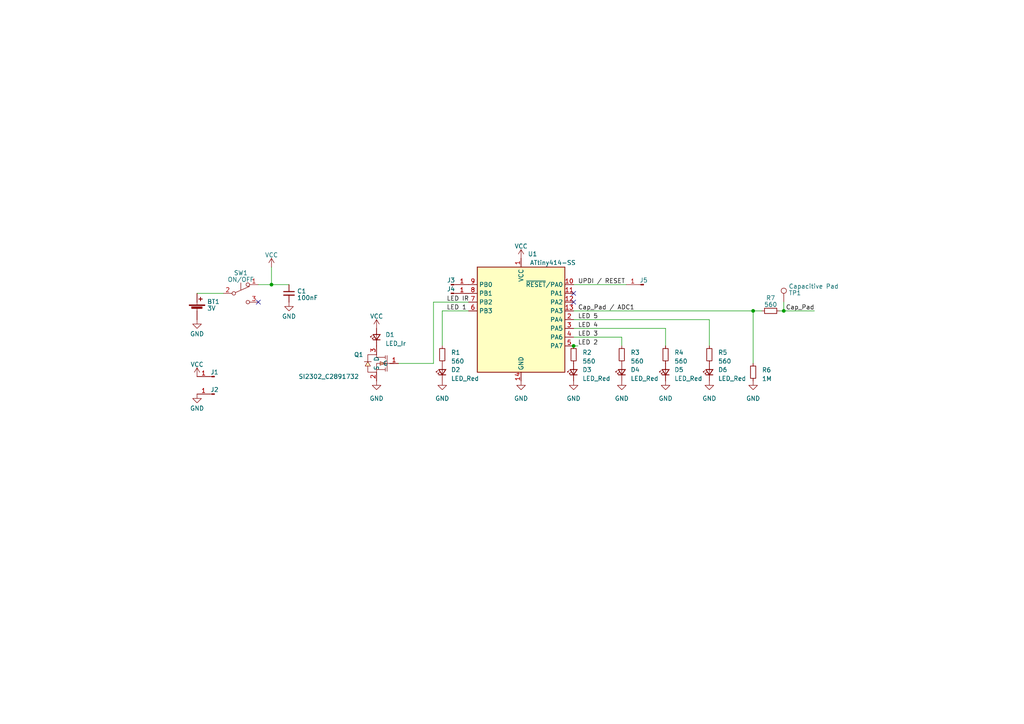
<source format=kicad_sch>
(kicad_sch (version 20230121) (generator eeschema)
  (paper "A4")
  (lib_symbols
    (symbol "Connector:Conn_01x01_Pin" (pin_names (offset 1.016) hide)
      (property "Reference" "J" (at 0 2.54 0))
      (property "Value" "Conn_01x01_Pin" (at 0 -2.54 0))
      (symbol "Conn_01x01_Pin_1_1"
        (polyline (pts (xy 1.27 0) (xy 0.8636 0)) (stroke (width 0.1524)))
        (rectangle (start 0.8636 0.127) (end 0 -0.127) (stroke (width 0.1524)) (fill (type outline)))
        (pin passive line (at 5.08 0 180) (length 3.81) (name "Pin_1") (number "1"))
      )
    )
    (symbol "Connector:TestPoint" (pin_numbers hide) (pin_names (offset 0.762) hide)
      (property "Reference" "TP" (at 0 6.858 0))
      (property "Value" "TestPoint" (at 0 5.08 0))
      (symbol "TestPoint_0_1"
        (circle (center 0 3.302) (radius 0.762))
      )
      (symbol "TestPoint_1_1"
        (pin passive line (at 0 0 90) (length 2.54) (name "1") (number "1"))
      )
    )
    (symbol "Device:Battery_Cell" (pin_numbers hide) (pin_names (offset 0) hide)
      (property "Reference" "BT" (at 2.54 2.54 0))
      (property "Value" "Battery_Cell" (at 2.54 0 0))
      (symbol "Battery_Cell_0_1"
        (rectangle (start -2.286 1.778) (end 2.286 1.524) (fill (type outline)))
        (rectangle (start -1.5748 1.1938) (end 1.4732 0.6858) (fill (type outline)))
        (polyline (pts (xy 0 0.762) (xy 0 0)))
        (polyline (pts (xy 0 1.778) (xy 0 2.54)))
        (polyline (pts (xy 0.508 3.429) (xy 1.524 3.429)) (stroke (width 0.254)))
        (polyline (pts (xy 1.016 3.937) (xy 1.016 2.921)) (stroke (width 0.254)))
      )
      (symbol "Battery_Cell_1_1"
        (pin passive line (at 0 5.08 270) (length 2.54) (name "+") (number "1"))
        (pin passive line (at 0 -2.54 90) (length 2.54) (name "-") (number "2"))
      )
    )
    (symbol "Device:C_Small" (pin_numbers hide) (pin_names (offset 0.254) hide)
      (property "Reference" "C" (at 0.254 1.778 0))
      (property "Value" "C_Small" (at 0.254 -2.032 0))
      (symbol "C_Small_0_1"
        (polyline (pts (xy -1.524 -0.508) (xy 1.524 -0.508)) (stroke (width 0.3302)))
        (polyline (pts (xy -1.524 0.508) (xy 1.524 0.508)) (stroke (width 0.3048)))
      )
      (symbol "C_Small_1_1"
        (pin passive line (at 0 2.54 270) (length 2.032) (name "~") (number "1"))
        (pin passive line (at 0 -2.54 90) (length 2.032) (name "~") (number "2"))
      )
    )
    (symbol "Device:LED_Small" (pin_numbers hide) (pin_names (offset 0.254) hide)
      (property "Reference" "D" (at -1.27 3.175 0))
      (property "Value" "LED_Small" (at -4.445 -2.54 0))
      (symbol "LED_Small_0_1"
        (polyline (pts (xy -0.762 -1.016) (xy -0.762 1.016)) (stroke (width 0.254)))
        (polyline (pts (xy 1.016 0) (xy -0.762 0)))
        (polyline (pts (xy 0.762 -1.016) (xy -0.762 0) (xy 0.762 1.016) (xy 0.762 -1.016)) (stroke (width 0.254)))
        (polyline (pts (xy 0 0.762) (xy -0.508 1.27) (xy -0.254 1.27) (xy -0.508 1.27) (xy -0.508 1.016)))
        (polyline (pts (xy 0.508 1.27) (xy 0 1.778) (xy 0.254 1.778) (xy 0 1.778) (xy 0 1.524)))
      )
      (symbol "LED_Small_1_1"
        (pin passive line (at -2.54 0 0) (length 1.778) (name "K") (number "1"))
        (pin passive line (at 2.54 0 180) (length 1.778) (name "A") (number "2"))
      )
    )
    (symbol "Device:R_Small" (pin_numbers hide) (pin_names (offset 0.254) hide)
      (property "Reference" "R" (at 0.762 0.508 0))
      (property "Value" "R_Small" (at 0.762 -1.016 0))
      (symbol "R_Small_0_1"
        (rectangle (start -0.762 1.778) (end 0.762 -1.778) (stroke (width 0.2032)))
      )
      (symbol "R_Small_1_1"
        (pin passive line (at 0 2.54 270) (length 0.762) (name "~") (number "1"))
        (pin passive line (at 0 -2.54 90) (length 0.762) (name "~") (number "2"))
      )
    )
    (symbol "MCU_Microchip_ATtiny:ATtiny414-SS"
      (property "Reference" "U" (at -12.7 16.51 0))
      (property "Value" "ATtiny414-SS" (at 2.54 -16.51 0))
      (symbol "ATtiny414-SS_0_1"
        (rectangle (start -12.7 -15.24) (end 12.7 15.24) (stroke (width 0.254)) (fill (type background)))
      )
      (symbol "ATtiny414-SS_1_1"
        (pin power_in line (at 0 17.78 270) (length 2.54) (name "VCC") (number "1"))
        (pin bidirectional line (at 15.24 10.16 180) (length 2.54) (name "~{RESET}/PA0") (number "10"))
        (pin bidirectional line (at 15.24 7.62 180) (length 2.54) (name "PA1") (number "11"))
        (pin bidirectional line (at 15.24 5.08 180) (length 2.54) (name "PA2") (number "12"))
        (pin bidirectional line (at 15.24 2.54 180) (length 2.54) (name "PA3") (number "13"))
        (pin power_in line (at 0 -17.78 90) (length 2.54) (name "GND") (number "14"))
        (pin bidirectional line (at 15.24 0 180) (length 2.54) (name "PA4") (number "2"))
        (pin bidirectional line (at 15.24 -2.54 180) (length 2.54) (name "PA5") (number "3"))
        (pin bidirectional line (at 15.24 -5.08 180) (length 2.54) (name "PA6") (number "4"))
        (pin bidirectional line (at 15.24 -7.62 180) (length 2.54) (name "PA7") (number "5"))
        (pin bidirectional line (at -15.24 2.54 0) (length 2.54) (name "PB3") (number "6"))
        (pin bidirectional line (at -15.24 5.08 0) (length 2.54) (name "PB2") (number "7"))
        (pin bidirectional line (at -15.24 7.62 0) (length 2.54) (name "PB1") (number "8"))
        (pin bidirectional line (at -15.24 10.16 0) (length 2.54) (name "PB0") (number "9"))
      )
    )
    (symbol "Switch:SW_Push_SPDT" (pin_names (offset 0) hide)
      (property "Reference" "SW" (at 0 4.318 0))
      (property "Value" "SW_Push_SPDT" (at 0 -5.08 0))
      (symbol "SW_Push_SPDT_0_0"
        (circle (center -2.032 0) (radius 0.508))
        (polyline (pts (xy 0 1.016) (xy 0 3.048)))
        (circle (center 2.032 -2.54) (radius 0.508))
      )
      (symbol "SW_Push_SPDT_0_1"
        (polyline (pts (xy -1.524 0.254) (xy 2.54 2.032)))
        (circle (center 2.032 2.54) (radius 0.508))
      )
      (symbol "SW_Push_SPDT_1_1"
        (pin passive line (at 5.08 2.54 180) (length 2.54) (name "A") (number "1"))
        (pin passive line (at -5.08 0 0) (length 2.54) (name "B") (number "2"))
        (pin passive line (at 5.08 -2.54 180) (length 2.54) (name "C") (number "3"))
      )
    )
    (symbol "easyeda2kicad:SI2302_C2891732"
      (property "Reference" "Q" (at 0 10.16 0))
      (property "Value" "SI2302_C2891732" (at 0 -10.16 0))
      (symbol "SI2302_C2891732_0_1"
        (polyline (pts (xy -5.08 0) (xy -3.05 0)))
        (polyline (pts (xy -3.05 2.29) (xy -3.05 -2.29)))
        (polyline (pts (xy -2.54 -2.29) (xy -2.54 -1.27)))
        (polyline (pts (xy -2.54 -0.51) (xy -2.54 0.51)))
        (polyline (pts (xy -2.54 2.29) (xy -2.54 1.27)))
        (polyline (pts (xy 0 -1.78) (xy -2.54 -1.78)))
        (polyline (pts (xy -2.54 0) (xy -1.02 -0.51) (xy -1.02 0.51) (xy -2.54 0)) (fill (type background)))
        (polyline (pts (xy 2.54 0.51) (xy 1.78 -0.76) (xy 3.3 -0.76) (xy 2.54 0.51)) (fill (type background)))
        (polyline (pts (xy 3.56 0.51) (xy 3.05 0.51) (xy 2.03 0.51) (xy 1.52 0.51)))
        (polyline (pts (xy -2.54 0) (xy 0 0) (xy 0 -2.54) (xy 2.54 -2.54) (xy 2.54 -0.76)))
        (polyline (pts (xy -2.54 1.78) (xy 0 1.78) (xy 0 2.54) (xy 2.54 2.54) (xy 2.54 0.51)))
        (pin unspecified line (at -6.35 0 0) (length 2.54) (name "G") (number "1"))
        (pin unspecified line (at 0 -5.08 90) (length 2.54) (name "S") (number "2"))
        (pin unspecified line (at 0 5.08 270) (length 2.54) (name "D") (number "3"))
      )
    )
    (symbol "power:GND" (power) (pin_names (offset 0))
      (property "Value" "GND" (at 0 -3.81 0))
      (symbol "GND_0_1"
        (polyline (pts (xy 0 0) (xy 0 -1.27) (xy 1.27 -1.27) (xy 0 -2.54) (xy -1.27 -1.27) (xy 0 -1.27)))
      )
      (symbol "GND_1_1"
        (pin power_in line (at 0 0 270) (length 0) hide (name "GND") (number "1"))
      )
    )
    (symbol "power:VCC" (power) (pin_names (offset 0))
      (property "Value" "VCC" (at 0 3.81 0))
      (symbol "VCC_0_1"
        (polyline (pts (xy -0.762 1.27) (xy 0 2.54)))
        (polyline (pts (xy 0 0) (xy 0 2.54)))
        (polyline (pts (xy 0 2.54) (xy 0.762 1.27)))
      )
      (symbol "VCC_1_1"
        (pin power_in line (at 0 0 90) (length 0) hide (name "VCC") (number "1"))
      )
    )
  )
  (junction (at 78.74 82.55))
  (junction (at 218.44 90.17))
  (junction (at 166.37 100.33))
  (junction (at 227.33 90.17))
  (no_connect (at 166.37 85.09))
  (no_connect (at 166.37 87.63))
  (no_connect (at 74.93 87.63))
  (wire (pts (xy 218.44 90.17) (xy 220.98 90.17)))
  (wire (pts (xy 181.61 82.55) (xy 166.37 82.55)))
  (wire (pts (xy 128.27 100.33) (xy 128.27 90.17)))
  (wire (pts (xy 180.34 97.79) (xy 180.34 100.33)))
  (wire (pts (xy 218.44 90.17) (xy 218.44 105.41)))
  (wire (pts (xy 226.06 90.17) (xy 227.33 90.17)))
  (wire (pts (xy 193.04 95.25) (xy 193.04 100.33)))
  (wire (pts (xy 166.37 92.71) (xy 205.74 92.71)))
  (wire (pts (xy 166.37 90.17) (xy 218.44 90.17)))
  (wire (pts (xy 125.73 105.41) (xy 125.73 87.63)))
  (wire (pts (xy 57.15 85.09) (xy 64.77 85.09)))
  (wire (pts (xy 78.74 82.55) (xy 83.82 82.55)))
  (wire (pts (xy 128.27 90.17) (xy 135.89 90.17)))
  (wire (pts (xy 167.64 100.33) (xy 166.37 100.33)))
  (wire (pts (xy 74.93 82.55) (xy 78.74 82.55)))
  (wire (pts (xy 227.33 90.17) (xy 236.22 90.17)))
  (wire (pts (xy 227.33 87.63) (xy 227.33 90.17)))
  (wire (pts (xy 115.57 105.41) (xy 125.73 105.41)))
  (wire (pts (xy 166.37 97.79) (xy 180.34 97.79)))
  (wire (pts (xy 205.74 92.71) (xy 205.74 100.33)))
  (wire (pts (xy 125.73 87.63) (xy 135.89 87.63)))
  (wire (pts (xy 166.37 95.25) (xy 193.04 95.25)))
  (wire (pts (xy 78.74 77.47) (xy 78.74 82.55)))
  (label "LED 2" (at 167.64 100.33 0))
  (label "LED 4" (at 167.64 95.25 0))
  (label "UPDI {slash} RESET" (at 167.64 82.55 0))
  (label "Cap_Pad {slash} ADC1" (at 167.64 90.17 0))
  (label "LED 1" (at 129.54 90.17 0))
  (label "LED IR" (at 129.54 87.63 0))
  (label "LED 5" (at 167.64 92.71 0))
  (label "LED 3" (at 167.64 97.79 0))
  (label "Cap_Pad" (at 236.22 90.17 180))
  (symbol (lib_id "Device:LED_Small") (at 166.37 107.95 90) (unit 1)
    (property "Reference" "D3" (at 168.91 107.2515 90) (effects (justify right)))
    (property "Value" "LED_Red" (at 168.91 109.7915 90) (effects (justify right)))
    (property "Footprint" "easyeda2kicad:LED0603-RD_RED" (effects hide))
    (property "LCSC" "C965799" (effects hide))
  )
  (symbol (lib_id "power:GND") (at 57.15 114.3 0) (unit 1)
    (property "Reference" "#PWR03" (effects hide))
    (property "Value" "GND" (at 57.15 118.4355 0))
  )
  (symbol (lib_id "Switch:SW_Push_SPDT") (at 69.85 85.09 0) (unit 1)
    (property "Reference" "SW1" (at 69.85 79.1591 0))
    (property "Value" "ON/OFF" (at 69.85 81.0801 0))
    (property "Footprint" "easyeda2kicad:SW-TH_MSK12C02" (effects hide))
    (property "LCSC" "C2681568" (effects hide))
  )
  (symbol (lib_id "Connector:Conn_01x01_Pin") (at 130.81 85.09 0) (unit 1)
    (property "Reference" "J4" (at 130.81 83.82 0))
    (property "Value" "PB1" (effects hide))
    (property "Footprint" "TestPoint:TestPoint_Pad_D1.0mm" (effects hide))
  )
  (symbol (lib_id "Device:R_Small") (at 193.04 102.87 180) (unit 1)
    (property "Reference" "R4" (at 195.58 102.235 0) (effects (justify right)))
    (property "Value" "560" (at 195.58 104.775 0) (effects (justify right)))
    (property "Footprint" "Resistor_SMD:R_0603_1608Metric_Pad0.98x0.95mm_HandSolder" (effects hide))
    (property "LCSC" "C25247" (effects hide))
  )
  (symbol (lib_id "Device:R_Small") (at 223.52 90.17 90) (unit 1)
    (property "Reference" "R7" (at 223.52 86.4235 90))
    (property "Value" "560" (at 223.52 88.3445 90))
    (property "Footprint" "Resistor_SMD:R_0603_1608Metric_Pad0.98x0.95mm_HandSolder" (effects hide))
    (property "LCSC" "C25247" (effects hide))
  )
  (symbol (lib_id "Connector:TestPoint") (at 227.33 87.63 0) (mirror y) (unit 1)
    (property "Reference" "TP1" (at 228.727 84.9717 0) (effects (justify right)))
    (property "Value" "Capacitive Pad" (at 228.727 83.0507 0) (effects (justify right)))
    (property "Footprint" "TestPoint:TestPoint_Pad_4.0x4.0mm" (effects hide))
  )
  (symbol (lib_id "power:GND") (at 128.27 110.49 0) (unit 1)
    (property "Reference" "#PWR08" (effects hide))
    (property "Value" "GND" (at 128.27 115.57 0))
  )
  (symbol (lib_id "power:GND") (at 205.74 110.49 0) (unit 1)
    (property "Reference" "#PWR014" (effects hide))
    (property "Value" "GND" (at 205.74 115.57 0))
  )
  (symbol (lib_id "Device:LED_Small") (at 128.27 107.95 90) (unit 1)
    (property "Reference" "D2" (at 130.81 107.2515 90) (effects (justify right)))
    (property "Value" "LED_Red" (at 130.81 109.7915 90) (effects (justify right)))
    (property "Footprint" "easyeda2kicad:LED0603-RD_RED" (effects hide))
    (property "LCSC" "C965799" (effects hide))
  )
  (symbol (lib_id "power:VCC") (at 57.15 109.22 0) (unit 1)
    (property "Reference" "#PWR02" (effects hide))
    (property "Value" "VCC" (at 57.15 105.7181 0))
  )
  (symbol (lib_id "Device:LED_Small") (at 205.74 107.95 90) (unit 1)
    (property "Reference" "D6" (at 208.28 107.2515 90) (effects (justify right)))
    (property "Value" "LED_Red" (at 208.28 109.7915 90) (effects (justify right)))
    (property "Footprint" "easyeda2kicad:LED0603-RD_RED" (effects hide))
    (property "LCSC" "C965799" (effects hide))
  )
  (symbol (lib_id "power:GND") (at 83.82 87.63 0) (unit 1)
    (property "Reference" "#PWR05" (effects hide))
    (property "Value" "GND" (at 83.82 91.7655 0))
  )
  (symbol (lib_id "power:GND") (at 151.13 110.49 0) (unit 1)
    (property "Reference" "#PWR010" (effects hide))
    (property "Value" "GND" (at 151.13 115.57 0))
  )
  (symbol (lib_id "power:GND") (at 109.22 110.49 0) (unit 1)
    (property "Reference" "#PWR07" (effects hide))
    (property "Value" "GND" (at 109.22 115.57 0))
  )
  (symbol (lib_id "Connector:Conn_01x01_Pin") (at 62.23 109.22 180) (unit 1)
    (property "Reference" "J1" (at 62.23 107.95 0))
    (property "Value" "EXTCLK" (effects hide))
    (property "Footprint" "TestPoint:TestPoint_Pad_D2.0mm" (effects hide))
  )
  (symbol (lib_id "easyeda2kicad:SI2302_C2891732") (at 109.22 105.41 0) (mirror y) (unit 1)
    (property "Reference" "Q1" (at 105.41 102.87 0) (effects (justify left)))
    (property "Value" "SI2302_C2891732" (at 104.14 109.22 0) (effects (justify left)))
    (property "Footprint" "easyeda2kicad:SOT-23-3_L2.9-W1.3-P1.90-LS2.4-BR" (effects hide))
    (property "Manufacturer" "YONGYUTAI(永裕泰)" (effects hide))
    (property "LCSC Part" "C2891732" (effects hide))
    (property "JLC Part" "Extended Part" (effects hide))
  )
  (symbol (lib_id "power:VCC") (at 151.13 74.93 0) (unit 1)
    (property "Reference" "#PWR09" (effects hide))
    (property "Value" "VCC" (at 151.13 71.4281 0))
  )
  (symbol (lib_id "power:GND") (at 180.34 110.49 0) (unit 1)
    (property "Reference" "#PWR012" (effects hide))
    (property "Value" "GND" (at 180.34 115.57 0))
  )
  (symbol (lib_id "power:VCC") (at 78.74 77.47 0) (unit 1)
    (property "Reference" "#PWR04" (effects hide))
    (property "Value" "VCC" (at 78.74 73.9681 0))
  )
  (symbol (lib_id "power:GND") (at 166.37 110.49 0) (unit 1)
    (property "Reference" "#PWR011" (effects hide))
    (property "Value" "GND" (at 166.37 115.57 0))
  )
  (symbol (lib_id "Connector:Conn_01x01_Pin") (at 62.23 114.3 180) (unit 1)
    (property "Reference" "J2" (at 62.23 113.03 0))
    (property "Value" "EXTCLK" (effects hide))
    (property "Footprint" "TestPoint:TestPoint_Pad_D2.0mm" (effects hide))
  )
  (symbol (lib_id "Device:Battery_Cell") (at 57.15 90.17 0) (unit 1)
    (property "Reference" "BT1" (at 60.071 87.4943 0) (effects (justify left)))
    (property "Value" "3V" (at 60.071 89.4153 0) (effects (justify left)))
    (property "Footprint" "easyeda2kicad:BAT-SMD_CR2032-3V" (effects hide))
    (property "LCSC" "C70373" (effects hide))
  )
  (symbol (lib_id "Device:R_Small") (at 128.27 102.87 180) (unit 1)
    (property "Reference" "R1" (at 130.81 102.235 0) (effects (justify right)))
    (property "Value" "560" (at 130.81 104.775 0) (effects (justify right)))
    (property "Footprint" "Resistor_SMD:R_0603_1608Metric_Pad0.98x0.95mm_HandSolder" (effects hide))
    (property "LCSC" "C25247" (effects hide))
  )
  (symbol (lib_id "MCU_Microchip_ATtiny:ATtiny414-SS") (at 151.13 92.71 0) (unit 1)
    (property "Reference" "U1" (at 153.0859 73.66 0) (effects (justify left)))
    (property "Value" "ATtiny414-SS" (at 153.67 76.2 0) (effects (justify left)))
    (property "Footprint" "easyeda2kicad:SOIC-14_L8.7-W3.9-P1.27-LS6.0-BL" (effects hide))
    (property "Datasheet" "http://ww1.microchip.com/downloads/en/DeviceDoc/40001912A.pdf" (effects hide))
    (property "LCSC" "C189365" (effects hide))
  )
  (symbol (lib_id "Connector:Conn_01x01_Pin") (at 130.81 82.55 0) (unit 1)
    (property "Reference" "J3" (at 130.81 81.28 0))
    (property "Value" "PB0" (effects hide))
    (property "Footprint" "TestPoint:TestPoint_Pad_D1.0mm" (effects hide))
  )
  (symbol (lib_id "Device:R_Small") (at 218.44 107.95 180) (unit 1)
    (property "Reference" "R6" (at 220.98 107.315 0) (effects (justify right)))
    (property "Value" "1M" (at 220.98 109.855 0) (effects (justify right)))
    (property "Footprint" "Resistor_SMD:R_0603_1608Metric_Pad0.98x0.95mm_HandSolder" (effects hide))
    (property "LCSC" "C3152128" (effects hide))
  )
  (symbol (lib_id "Device:C_Small") (at 83.82 85.09 0) (unit 1)
    (property "Reference" "C1" (at 86.1441 84.4526 0) (effects (justify left)))
    (property "Value" "100nF" (at 86.1441 86.3736 0) (effects (justify left)))
    (property "Footprint" "easyeda2kicad:C0603" (effects hide))
    (property "LCSC" "C38141" (effects hide))
  )
  (symbol (lib_id "Device:LED_Small") (at 180.34 107.95 90) (unit 1)
    (property "Reference" "D4" (at 182.88 107.2515 90) (effects (justify right)))
    (property "Value" "LED_Red" (at 182.88 109.7915 90) (effects (justify right)))
    (property "Footprint" "easyeda2kicad:LED0603-RD_RED" (effects hide))
    (property "LCSC" "C965799" (effects hide))
  )
  (symbol (lib_id "Device:R_Small") (at 180.34 102.87 0) (unit 1)
    (property "Reference" "R3" (at 182.88 102.235 0) (effects (justify left)))
    (property "Value" "560" (at 182.88 104.775 0) (effects (justify left)))
    (property "Footprint" "Resistor_SMD:R_0603_1608Metric_Pad0.98x0.95mm_HandSolder" (effects hide))
    (property "LCSC" "C25247" (effects hide))
  )
  (symbol (lib_id "power:GND") (at 193.04 110.49 0) (unit 1)
    (property "Reference" "#PWR013" (effects hide))
    (property "Value" "GND" (at 193.04 115.57 0))
  )
  (symbol (lib_id "power:GND") (at 218.44 110.49 0) (unit 1)
    (property "Reference" "#PWR015" (effects hide))
    (property "Value" "GND" (at 218.44 115.57 0))
  )
  (symbol (lib_id "Device:LED_Small") (at 109.22 97.79 90) (unit 1)
    (property "Reference" "D1" (at 111.76 97.0915 90) (effects (justify right)))
    (property "Value" "LED_Ir" (at 111.76 99.6315 90) (effects (justify right)))
    (property "Footprint" "Diode_SMD:XS-IR04A05-802" (effects hide))
    (property "LCSC" "C5205266" (effects hide))
  )
  (symbol (lib_id "Device:LED_Small") (at 193.04 107.95 90) (unit 1)
    (property "Reference" "D5" (at 195.58 107.2515 90) (effects (justify right)))
    (property "Value" "LED_Red" (at 195.58 109.7915 90) (effects (justify right)))
    (property "Footprint" "easyeda2kicad:LED0603-RD_RED" (effects hide))
    (property "LCSC" "C965799" (effects hide))
  )
  (symbol (lib_id "power:GND") (at 57.15 92.71 0) (unit 1)
    (property "Reference" "#PWR01" (effects hide))
    (property "Value" "GND" (at 57.15 96.8455 0))
  )
  (symbol (lib_id "Connector:Conn_01x01_Pin") (at 186.69 82.55 180) (unit 1)
    (property "Reference" "J5" (at 186.69 81.28 0))
    (property "Value" "UPDI / RESET" (effects hide))
    (property "Footprint" "TestPoint:TestPoint_Pad_D2.0mm" (effects hide))
  )
  (symbol (lib_id "Device:R_Small") (at 205.74 102.87 180) (unit 1)
    (property "Reference" "R5" (at 208.28 102.235 0) (effects (justify right)))
    (property "Value" "560" (at 208.28 104.775 0) (effects (justify right)))
    (property "Footprint" "Resistor_SMD:R_0603_1608Metric_Pad0.98x0.95mm_HandSolder" (effects hide))
    (property "LCSC" "C25247" (effects hide))
  )
  (symbol (lib_id "Device:R_Small") (at 166.37 102.87 0) (unit 1)
    (property "Reference" "R2" (at 168.91 102.235 0) (effects (justify left)))
    (property "Value" "560" (at 168.91 104.775 0) (effects (justify left)))
    (property "Footprint" "Resistor_SMD:R_0603_1608Metric_Pad0.98x0.95mm_HandSolder" (effects hide))
    (property "LCSC" "C25247" (effects hide))
  )
  (symbol (lib_id "power:VCC") (at 109.22 95.25 0) (unit 1)
    (property "Reference" "#PWR06" (effects hide))
    (property "Value" "VCC" (at 109.22 91.7481 0))
  )
)
</source>
